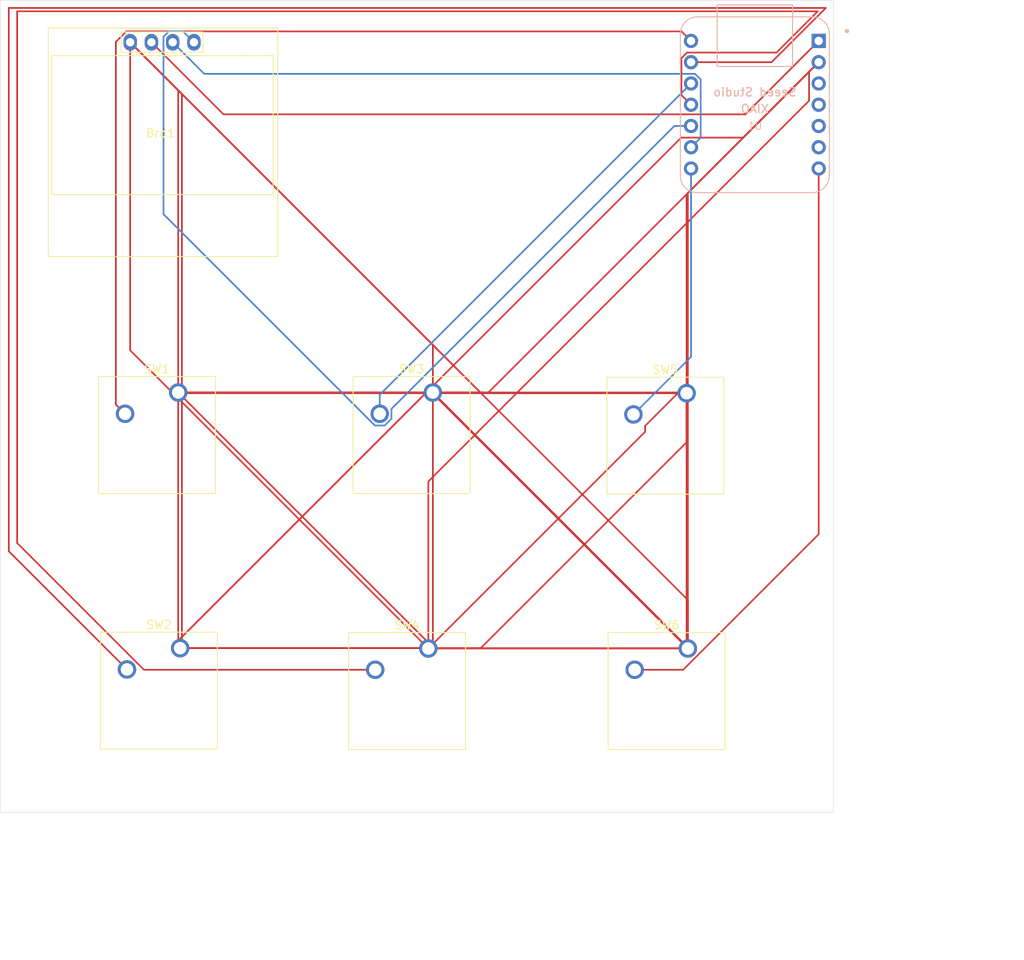
<source format=kicad_pcb>
(kicad_pcb (version 20240108) (generator "pcbnew") (generator_version "8.0")
  (layers (0 "F.Cu" signal) (31 "B.Cu" signal) (34 "B.Paste" user) (35 "F.Paste" user) (36 "B.SilkS" user "B.Silkscreen") (37 "F.SilkS" user "F.Silkscreen") (38 "B.Mask" user) (39 "F.Mask" user) (44 "Edge.Cuts" user))
  (net 0 "")
  (net 1 "VCC")
  (net 2 "GND")
  (net 3 "SDA")
  (net 4 "SCL")
  (net 5 "1")
  (net 6 "2")
  (net 7 "3")
  (net 8 "4")
  (net 9 "5")
  (net 10 "6")
  (footprint "SSD1306:128x64OLED" (layer "F.Cu") (at 120.12 40.1)
    (property "Reference" "Brd1" (at 0 0.254 0) (layer "F.SilkS"))
    (property "Value" "SSD1306")
    (fp_line (start -13.4 -12.3) (end 14 -12.3) (stroke (width 0.12)) (layer "F.SilkS"))
    (fp_line (start -13.4 15) (end -13.4 -12.3) (stroke (width 0.12)) (layer "F.SilkS"))
    (fp_line (start -12.978 -9.005) (end 10.122 -9.005) (stroke (width 0.12)) (layer "F.SilkS"))
    (fp_line (start -12.978 7.595) (end -12.978 -9.005) (stroke (width 0.12)) (layer "F.SilkS"))
    (fp_line (start -4.699 -11.811) (end -4.699 -9.398) (stroke (width 0.12)) (layer "F.SilkS"))
    (fp_line (start -4.699 -11.811) (end 5.08 -11.811) (stroke (width 0.12)) (layer "F.SilkS"))
    (fp_line (start 5.08 -11.811) (end 5.08 -9.398) (stroke (width 0.12)) (layer "F.SilkS"))
    (fp_line (start 5.08 -9.398) (end -4.699 -9.398) (stroke (width 0.12)) (layer "F.SilkS"))
    (fp_line (start 10.122 -9.005) (end 13.208 -9.005) (stroke (width 0.12)) (layer "F.SilkS"))
    (fp_line (start 10.122 7.595) (end -12.978 7.595) (stroke (width 0.12)) (layer "F.SilkS"))
    (fp_line (start 10.122 7.595) (end 13.462 7.62) (stroke (width 0.12)) (layer "F.SilkS"))
    (fp_line (start 13.462 -9.017) (end 13.208 -9.005) (stroke (width 0.12)) (layer "F.SilkS"))
    (fp_line (start 13.462 7.62) (end 13.462 -9.017) (stroke (width 0.12)) (layer "F.SilkS"))
    (fp_line (start 14 -12.3) (end 14 15) (stroke (width 0.12)) (layer "F.SilkS"))
    (fp_line (start 14 15) (end -13.4 15) (stroke (width 0.12)) (layer "F.SilkS"))
    (pad "1" thru_hole oval (at -3.62 -10.6 90) (size 2 1.6) (drill 1) (layers "*.Cu" "*.Mask") (net 2 "GND"))
    (pad "2" thru_hole oval (at -1.08 -10.6 90) (size 2 1.6) (drill 1) (layers "*.Cu" "*.Mask") (net 1 "VCC"))
    (pad "3" thru_hole oval (at 1.46 -10.6 90) (size 2 1.6) (drill 1) (layers "*.Cu" "*.Mask") (net 4 "SCL"))
    (pad "4" thru_hole oval (at 4 -10.6 90) (size 2 1.6) (drill 1) (layers "*.Cu" "*.Mask") (net 3 "SDA"))
  )
  (footprint "Button_Switch_Keyboard:SW_Cherry_MX_1.00u_PCB" (layer "F.Cu") (at 122.24 71.34)
    (property "Reference" "SW1" (at -2.54 -2.794 0) (layer "F.SilkS"))
    (property "Value" "SW_Push")
    (fp_line (start -9.525 -1.905) (end 4.445 -1.905) (stroke (width 0.12)) (layer "F.SilkS"))
    (fp_line (start -9.525 12.065) (end -9.525 -1.905) (stroke (width 0.12)) (layer "F.SilkS"))
    (fp_line (start 4.445 -1.905) (end 4.445 12.065) (stroke (width 0.12)) (layer "F.SilkS"))
    (fp_line (start 4.445 12.065) (end -9.525 12.065) (stroke (width 0.12)) (layer "F.SilkS"))
    (pad "" np_thru_hole circle (at -7.62 5.08) (size 1.7 1.7) (drill 1.7) (layers "*.Cu" "*.Mask"))
    (pad "" np_thru_hole circle (at -2.54 5.08) (size 4 4) (drill 4) (layers "*.Cu" "*.Mask"))
    (pad "" np_thru_hole circle (at 2.54 5.08) (size 1.7 1.7) (drill 1.7) (layers "*.Cu" "*.Mask"))
    (pad "1" thru_hole circle (at 0 0) (size 2.2 2.2) (drill 1.5) (layers "*.Cu" "*.Mask") (net 2 "GND"))
    (pad "2" thru_hole circle (at -6.35 2.54) (size 2.2 2.2) (drill 1.5) (layers "*.Cu" "*.Mask") (net 5 "1"))
  )
  (footprint "Button_Switch_Keyboard:SW_Cherry_MX_1.00u_PCB" (layer "F.Cu") (at 152.12 101.92)
    (property "Reference" "SW4" (at -2.54 -2.794 0) (layer "F.SilkS"))
    (property "Value" "SW_Push")
    (fp_line (start -9.525 -1.905) (end 4.445 -1.905) (stroke (width 0.12)) (layer "F.SilkS"))
    (fp_line (start -9.525 12.065) (end -9.525 -1.905) (stroke (width 0.12)) (layer "F.SilkS"))
    (fp_line (start 4.445 -1.905) (end 4.445 12.065) (stroke (width 0.12)) (layer "F.SilkS"))
    (fp_line (start 4.445 12.065) (end -9.525 12.065) (stroke (width 0.12)) (layer "F.SilkS"))
    (pad "" np_thru_hole circle (at -7.62 5.08) (size 1.7 1.7) (drill 1.7) (layers "*.Cu" "*.Mask"))
    (pad "" np_thru_hole circle (at -2.54 5.08) (size 4 4) (drill 4) (layers "*.Cu" "*.Mask"))
    (pad "" np_thru_hole circle (at 2.54 5.08) (size 1.7 1.7) (drill 1.7) (layers "*.Cu" "*.Mask"))
    (pad "1" thru_hole circle (at 0 0) (size 2.2 2.2) (drill 1.5) (layers "*.Cu" "*.Mask") (net 2 "GND"))
    (pad "2" thru_hole circle (at -6.35 2.54) (size 2.2 2.2) (drill 1.5) (layers "*.Cu" "*.Mask") (net 8 "4"))
  )
  (footprint "Button_Switch_Keyboard:SW_Cherry_MX_1.00u_PCB" (layer "F.Cu") (at 122.47 101.88)
    (property "Reference" "SW2" (at -2.54 -2.794 0) (layer "F.SilkS"))
    (property "Value" "SW_Push")
    (fp_line (start -9.525 -1.905) (end 4.445 -1.905) (stroke (width 0.12)) (layer "F.SilkS"))
    (fp_line (start -9.525 12.065) (end -9.525 -1.905) (stroke (width 0.12)) (layer "F.SilkS"))
    (fp_line (start 4.445 -1.905) (end 4.445 12.065) (stroke (width 0.12)) (layer "F.SilkS"))
    (fp_line (start 4.445 12.065) (end -9.525 12.065) (stroke (width 0.12)) (layer "F.SilkS"))
    (pad "" np_thru_hole circle (at -7.62 5.08) (size 1.7 1.7) (drill 1.7) (layers "*.Cu" "*.Mask"))
    (pad "" np_thru_hole circle (at -2.54 5.08) (size 4 4) (drill 4) (layers "*.Cu" "*.Mask"))
    (pad "" np_thru_hole circle (at 2.54 5.08) (size 1.7 1.7) (drill 1.7) (layers "*.Cu" "*.Mask"))
    (pad "1" thru_hole circle (at 0 0) (size 2.2 2.2) (drill 1.5) (layers "*.Cu" "*.Mask") (net 2 "GND"))
    (pad "2" thru_hole circle (at -6.35 2.54) (size 2.2 2.2) (drill 1.5) (layers "*.Cu" "*.Mask") (net 6 "2"))
  )
  (footprint "Button_Switch_Keyboard:SW_Cherry_MX_1.00u_PCB" (layer "F.Cu") (at 183.12 101.92)
    (property "Reference" "SW6" (at -2.54 -2.794 0) (layer "F.SilkS"))
    (property "Value" "SW_Push")
    (fp_line (start -9.525 -1.905) (end 4.445 -1.905) (stroke (width 0.12)) (layer "F.SilkS"))
    (fp_line (start -9.525 12.065) (end -9.525 -1.905) (stroke (width 0.12)) (layer "F.SilkS"))
    (fp_line (start 4.445 -1.905) (end 4.445 12.065) (stroke (width 0.12)) (layer "F.SilkS"))
    (fp_line (start 4.445 12.065) (end -9.525 12.065) (stroke (width 0.12)) (layer "F.SilkS"))
    (pad "" np_thru_hole circle (at -7.62 5.08) (size 1.7 1.7) (drill 1.7) (layers "*.Cu" "*.Mask"))
    (pad "" np_thru_hole circle (at -2.54 5.08) (size 4 4) (drill 4) (layers "*.Cu" "*.Mask"))
    (pad "" np_thru_hole circle (at 2.54 5.08) (size 1.7 1.7) (drill 1.7) (layers "*.Cu" "*.Mask"))
    (pad "1" thru_hole circle (at 0 0) (size 2.2 2.2) (drill 1.5) (layers "*.Cu" "*.Mask") (net 2 "GND"))
    (pad "2" thru_hole circle (at -6.35 2.54) (size 2.2 2.2) (drill 1.5) (layers "*.Cu" "*.Mask") (net 10 "6"))
  )
  (footprint "Button_Switch_Keyboard:SW_Cherry_MX_1.00u_PCB" (layer "F.Cu") (at 152.66 71.34)
    (property "Reference" "SW3" (at -2.54 -2.794 0) (layer "F.SilkS"))
    (property "Value" "SW_Push")
    (fp_line (start -9.525 -1.905) (end 4.445 -1.905) (stroke (width 0.12)) (layer "F.SilkS"))
    (fp_line (start -9.525 12.065) (end -9.525 -1.905) (stroke (width 0.12)) (layer "F.SilkS"))
    (fp_line (start 4.445 -1.905) (end 4.445 12.065) (stroke (width 0.12)) (layer "F.SilkS"))
    (fp_line (start 4.445 12.065) (end -9.525 12.065) (stroke (width 0.12)) (layer "F.SilkS"))
    (pad "" np_thru_hole circle (at -7.62 5.08) (size 1.7 1.7) (drill 1.7) (layers "*.Cu" "*.Mask"))
    (pad "" np_thru_hole circle (at -2.54 5.08) (size 4 4) (drill 4) (layers "*.Cu" "*.Mask"))
    (pad "" np_thru_hole circle (at 2.54 5.08) (size 1.7 1.7) (drill 1.7) (layers "*.Cu" "*.Mask"))
    (pad "1" thru_hole circle (at 0 0) (size 2.2 2.2) (drill 1.5) (layers "*.Cu" "*.Mask") (net 2 "GND"))
    (pad "2" thru_hole circle (at -6.35 2.54) (size 2.2 2.2) (drill 1.5) (layers "*.Cu" "*.Mask") (net 7 "3"))
  )
  (footprint "Button_Switch_Keyboard:SW_Cherry_MX_1.00u_PCB" (layer "F.Cu") (at 182.97 71.42)
    (property "Reference" "SW5" (at -2.54 -2.794 0) (layer "F.SilkS"))
    (property "Value" "SW_Push")
    (fp_line (start -9.525 -1.905) (end 4.445 -1.905) (stroke (width 0.12)) (layer "F.SilkS"))
    (fp_line (start -9.525 12.065) (end -9.525 -1.905) (stroke (width 0.12)) (layer "F.SilkS"))
    (fp_line (start 4.445 -1.905) (end 4.445 12.065) (stroke (width 0.12)) (layer "F.SilkS"))
    (fp_line (start 4.445 12.065) (end -9.525 12.065) (stroke (width 0.12)) (layer "F.SilkS"))
    (pad "" np_thru_hole circle (at -7.62 5.08) (size 1.7 1.7) (drill 1.7) (layers "*.Cu" "*.Mask"))
    (pad "" np_thru_hole circle (at -2.54 5.08) (size 4 4) (drill 4) (layers "*.Cu" "*.Mask"))
    (pad "" np_thru_hole circle (at 2.54 5.08) (size 1.7 1.7) (drill 1.7) (layers "*.Cu" "*.Mask"))
    (pad "1" thru_hole circle (at 0 0) (size 2.2 2.2) (drill 1.5) (layers "*.Cu" "*.Mask") (net 2 "GND"))
    (pad "2" thru_hole circle (at -6.35 2.54) (size 2.2 2.2) (drill 1.5) (layers "*.Cu" "*.Mask") (net 9 "5"))
  )
  (footprint "Seeed Studio XIAO Series Library:XIAO-Generic-Thruhole-14P-2.54-21X17.8MM" (layer "B.Cu") (at 191.125 36.96 180)
    (property "Reference" "U1" (at 0 -2.54 0) (layer "B.SilkS") (effects (font (size 0.889 0.889) (thickness 0.1016)) (justify mirror)))
    (property "Value" "Seeed Studio XIAO SAMD21" (hide yes))
    (fp_line (start 8.9 8.5) (end 8.9 -8.5) (stroke (width 0.127)) (layer "B.SilkS"))
    (fp_line (start 6.9 -10.5) (end -6.9 -10.5) (stroke (width 0.127)) (layer "B.SilkS"))
    (fp_line (start 4.5 11.92403) (end -4.5 11.92403) (stroke (width 0.127)) (layer "B.SilkS"))
    (fp_line (start 4.5 4.57073) (end 4.5 11.92403) (stroke (width 0.127)) (layer "B.SilkS"))
    (fp_line (start -4.5 11.92403) (end -4.5 4.57073) (stroke (width 0.127)) (layer "B.SilkS"))
    (fp_line (start -4.5 4.57073) (end 4.5 4.57073) (stroke (width 0.127)) (layer "B.SilkS"))
    (fp_line (start -6.9 10.49909) (end 6.9 10.49909) (stroke (width 0.127)) (layer "B.SilkS"))
    (fp_line (start -8.9 -8.5) (end -8.9 8.5) (stroke (width 0.127)) (layer "B.SilkS"))
    (fp_arc (start 8.9 8.5) (mid 8.301494 9.901494) (end 6.9 10.5) (stroke (width 0.12)) (layer "B.SilkS"))
    (fp_arc (start 6.9 -10.5) (mid 8.314214 -9.914214) (end 8.9 -8.5) (stroke (width 0.12)) (layer "B.SilkS"))
    (fp_arc (start -6.9 10.5) (mid -8.301491 9.901491) (end -8.9 8.5) (stroke (width 0.12)) (layer "B.SilkS"))
    (fp_arc (start -8.9 -8.5) (mid -8.301423 -9.901423) (end -6.9 -10.5) (stroke (width 0.12)) (layer "B.SilkS"))
    (fp_circle (center -11 8.8) (end -11 9.054) (fill solid) (layer "B.SilkS"))
    (fp_poly (pts (xy -8.887715 8.561705) (xy -8.884667 8.610473) (xy -8.880603 8.659494)) (stroke (width 0.0254)) (fill none) (layer "B.SilkS"))
    (fp_poly (pts (xy 8.889492 -8.521574) (xy 8.887713 -8.57085) (xy 8.884665 -8.619618) (xy 8.880601 -8.668639) (xy 8.875268 -8.717407) (xy 8.868664 -8.766175) (xy 8.861044 -8.81469) (xy 8.852153 -8.86295) (xy 8.842248 -8.910955)) (stroke (width 0.0254)) (fill none) (layer "B.SilkS"))
    (fp_text user "XIAO" (at 0 -0.5 0) (layer "B.SilkS") (effects (justify mirror)))
    (fp_text user "Seeed Studio" (at 0 1.5 0) (layer "B.SilkS") (effects (justify mirror)))
    (pad "1" thru_hole rect (at -7.625 7.62 180) (size 1.7 1.7) (drill 1) (layers "*.Cu" "*.Mask") (net 1 "VCC"))
    (pad "2" thru_hole circle (at -7.625 5.08 180) (size 1.7 1.7) (drill 1) (layers "*.Cu" "*.Mask") (net 2 "GND"))
    (pad "3" thru_hole circle (at -7.625 2.54 180) (size 1.7 1.7) (drill 1) (layers "*.Cu" "*.Mask"))
    (pad "4" thru_hole circle (at -7.625 0 180) (size 1.7 1.7) (drill 1) (layers "*.Cu" "*.Mask"))
    (pad "5" thru_hole circle (at -7.625 -2.54 180) (size 1.7 1.7) (drill 1) (layers "*.Cu" "*.Mask"))
    (pad "6" thru_hole circle (at -7.625 -5.08) (size 1.7 1.7) (drill 1) (layers "*.Cu" "*.Mask"))
    (pad "7" thru_hole circle (at -7.625 -7.62 180) (size 1.7 1.7) (drill 1) (layers "*.Cu" "*.Mask") (net 10 "6"))
    (pad "8" thru_hole circle (at 7.625 -7.62 180) (size 1.7 1.7) (drill 1) (layers "*.Cu" "*.Mask") (net 9 "5"))
    (pad "9" thru_hole circle (at 7.625 -5.08 180) (size 1.7 1.7) (drill 1) (layers "*.Cu" "*.Mask") (net 4 "SCL"))
    (pad "10" thru_hole circle (at 7.625 -2.54 180) (size 1.7 1.7) (drill 1) (layers "*.Cu" "*.Mask") (net 3 "SDA"))
    (pad "11" thru_hole circle (at 7.625 0 180) (size 1.7 1.7) (drill 1) (layers "*.Cu" "*.Mask") (net 8 "4"))
    (pad "12" thru_hole circle (at 7.625 2.54 180) (size 1.7 1.7) (drill 1) (layers "*.Cu" "*.Mask") (net 7 "3"))
    (pad "13" thru_hole circle (at 7.625 5.08 180) (size 1.7 1.7) (drill 1) (layers "*.Cu" "*.Mask") (net 6 "2"))
    (pad "14" thru_hole circle (at 7.625 7.62 180) (size 1.7 1.7) (drill 1) (layers "*.Cu" "*.Mask") (net 5 "1"))
  )
  (gr_rect (start 101 24.5) (end 200.5 121.5) (stroke (width 0.05)) (fill none) (layer "Edge.Cuts"))
  (segment (start 198.75 29.34) (end 189.98 38.11) (width 0.2) (layer "F.Cu") (net 1))
  (segment (start 127.65 38.11) (end 119.04 29.5) (width 0.2) (layer "F.Cu") (net 1))
  (segment (start 189.98 38.11) (end 127.65 38.11) (width 0.2) (layer "F.Cu") (net 1))
  (segment (start 189.74 40.89) (end 198.75 31.88) (width 0.2) (layer "F.Cu") (net 2))
  (segment (start 183.12 101.92) (end 183.12 96.12) (width 0.2) (layer "F.Cu") (net 2))
  (segment (start 183.12 101.92) (end 183.12 47.51) (width 0.2) (layer "F.Cu") (net 2))
  (segment (start 122.24 71.34) (end 122.24 35.24) (width 0.2) (layer "F.Cu") (net 2))
  (segment (start 152.66 71.34) (end 152.66 65.66) (width 0.2) (layer "F.Cu") (net 2))
  (segment (start 122.24 71.34) (end 122.24 101.65) (width 0.2) (layer "F.Cu") (net 2))
  (segment (start 182.97 71.42) (end 158.42 71.42) (width 0.2) (layer "F.Cu") (net 2))
  (segment (start 152.66 71.34) (end 182.89 71.34) (width 0.2) (layer "F.Cu") (net 2))
  (segment (start 152.12 81.963654) (end 197.6 36.483654) (width 0.2) (layer "F.Cu") (net 2))
  (segment (start 122.68 35.68) (end 116.5 29.5) (width 0.2) (layer "F.Cu") (net 2))
  (segment (start 122.24 35.24) (end 116.5 29.5) (width 0.2) (layer "F.Cu") (net 2))
  (segment (start 122.47 101.88) (end 158.373402 101.88) (width 0.2) (layer "F.Cu") (net 2))
  (segment (start 183.08 101.88) (end 183.12 101.92) (width 0.2) (layer "F.Cu") (net 2))
  (segment (start 122.32 71.42) (end 182.97 71.42) (width 0.2) (layer "F.Cu") (net 2))
  (segment (start 122.68 101.67) (end 122.68 35.68) (width 0.2) (layer "F.Cu") (net 2))
  (segment (start 152.12 101.22) (end 152.12 101.92) (width 0.2) (layer "F.Cu") (net 2))
  (segment (start 182.326598 40.89) (end 189.74 40.89) (width 0.2) (layer "F.Cu") (net 2))
  (segment (start 182.97 77.283402) (end 182.97 71.42) (width 0.2) (layer "F.Cu") (net 2))
  (segment (start 122.47 100.746598) (end 151.876598 71.34) (width 0.2) (layer "F.Cu") (net 2))
  (segment (start 152.12 101.92) (end 152.12 81.963654) (width 0.2) (layer "F.Cu") (net 2))
  (segment (start 122.24 71.34) (end 122.32 71.42) (width 0.2) (layer "F.Cu") (net 2))
  (segment (start 116.5 66.3) (end 116.5 29.5) (width 0.2) (layer "F.Cu") (net 2))
  (segment (start 152.66 101.38) (end 152.12 101.92) (width 0.2) (layer "F.Cu") (net 2))
  (segment (start 182.97 47.66) (end 198.75 31.88) (width 0.2) (layer "F.Cu") (net 2))
  (segment (start 152.54 71.34) (end 183.12 101.92) (width 0.2) (layer "F.Cu") (net 2))
  (segment (start 152.66 65.66) (end 116.5 29.5) (width 0.2) (layer "F.Cu") (net 2))
  (segment (start 122.16 71.34) (end 122 71.5) (width 0.2) (layer "F.Cu") (net 2))
  (segment (start 178.02 75.32) (end 181.92 71.42) (width 0.2) (layer "F.Cu") (net 2))
  (segment (start 158.42 71.42) (end 116.5 29.5) (width 0.2) (layer "F.Cu") (net 2))
  (segment (start 152.66 71.34) (end 183.12 101.8) (width 0.2) (layer "F.Cu") (net 2))
  (segment (start 122.47 101.88) (end 122.68 101.67) (width 0.2) (layer "F.Cu") (net 2))
  (segment (start 183.12 47.51) (end 198.75 31.88) (width 0.2) (layer "F.Cu") (net 2))
  (segment (start 122.47 101.88) (end 122.47 100.746598) (width 0.2) (layer "F.Cu") (net 2))
  (segment (start 182.89 71.34) (end 182.97 71.42) (width 0.2) (layer "F.Cu") (net 2))
  (segment (start 122.47 100.746598) (end 182.326598 40.89) (width 0.2) (layer "F.Cu") (net 2))
  (segment (start 183.12 96.12) (end 116.5 29.5) (width 0.2) (layer "F.Cu") (net 2))
  (segment (start 122.47 101.88) (end 183.08 101.88) (width 0.2) (layer "F.Cu") (net 2))
  (segment (start 152.08 101.88) (end 152.12 101.92) (width 0.2) (layer "F.Cu") (net 2))
  (segment (start 158.373402 101.88) (end 182.97 77.283402) (width 0.2) (layer "F.Cu") (net 2))
  (segment (start 152.12 101.92) (end 116.5 66.3) (width 0.2) (layer "F.Cu") (net 2))
  (segment (start 178.02 76.02) (end 178.02 75.32) (width 0.2) (layer "F.Cu") (net 2))
  (segment (start 182.97 101.77) (end 183.12 101.92) (width 0.2) (layer "F.Cu") (net 2))
  (segment (start 152.66 71.34) (end 159.29 71.34) (width 0.2) (layer "F.Cu") (net 2))
  (segment (start 122.24 71.34) (end 152.54 71.34) (width 0.2) (layer "F.Cu") (net 2))
  (segment (start 159.29 71.34) (end 198.75 31.88) (width 0.2) (layer "F.Cu") (net 2))
  (segment (start 197.6 36.483654) (end 197.6 33.03) (width 0.2) (layer "F.Cu") (net 2))
  (segment (start 122.24 71.34) (end 152.66 71.34) (width 0.2) (layer "F.Cu") (net 2))
  (segment (start 182.97 71.42) (end 182.97 47.66) (width 0.2) (layer "F.Cu") (net 2))
  (segment (start 183.12 101.8) (end 183.12 101.92) (width 0.2) (layer "F.Cu") (net 2))
  (segment (start 122.24 71.34) (end 152.12 101.22) (width 0.2) (layer "F.Cu") (net 2))
  (segment (start 182.97 71.42) (end 182.97 101.77) (width 0.2) (layer "F.Cu") (net 2))
  (segment (start 152.66 71.34) (end 152.66 101.38) (width 0.2) (layer "F.Cu") (net 2))
  (segment (start 151.876598 71.34) (end 152.66 71.34) (width 0.2) (layer "F.Cu") (net 2))
  (segment (start 122.24 71.34) (end 122.16 71.34) (width 0.2) (layer "F.Cu") (net 2))
  (segment (start 181.92 71.42) (end 182.97 71.42) (width 0.2) (layer "F.Cu") (net 2))
  (segment (start 197.6 33.03) (end 198.75 31.88) (width 0.2) (layer "F.Cu") (net 2))
  (segment (start 152.12 101.92) (end 183.12 101.92) (width 0.2) (layer "F.Cu") (net 2))
  (segment (start 122.24 71.34) (end 159.29 71.34) (width 0.2) (layer "F.Cu") (net 2))
  (segment (start 122.24 101.65) (end 122.47 101.88) (width 0.2) (layer "F.Cu") (net 2))
  (segment (start 152.12 101.92) (end 178.02 76.02) (width 0.2) (layer "F.Cu") (net 2))
  (segment (start 122.47 101.88) (end 152.08 101.88) (width 0.2) (layer "F.Cu") (net 2))
  (segment (start 122.82 28.2) (end 124.12 29.5) (width 0.2) (layer "B.Cu") (net 3))
  (segment (start 147.71 74.459899) (end 146.889899 75.28) (width 0.2) (layer "B.Cu") (net 3))
  (segment (start 146.889899 75.28) (end 145.730101 75.28) (width 0.2) (layer "B.Cu") (net 3))
  (segment (start 121.124365 28.2) (end 122.82 28.2) (width 0.2) (layer "B.Cu") (net 3))
  (segment (start 183.5 39.5) (end 181.510101 39.5) (width 0.2) (layer "B.Cu") (net 3))
  (segment (start 120.48 50.029899) (end 120.48 28.844365) (width 0.2) (layer "B.Cu") (net 3))
  (segment (start 145.730101 75.28) (end 120.48 50.029899) (width 0.2) (layer "B.Cu") (net 3))
  (segment (start 120.48 28.844365) (end 121.124365 28.2) (width 0.2) (layer "B.Cu") (net 3))
  (segment (start 181.510101 39.5) (end 147.71 73.300101) (width 0.2) (layer "B.Cu") (net 3))
  (segment (start 147.71 73.300101) (end 147.71 74.459899) (width 0.2) (layer "B.Cu") (net 3))
  (segment (start 183.976346 33.27) (end 125.35 33.27) (width 0.2) (layer "B.Cu") (net 4))
  (segment (start 184.65 33.943654) (end 183.976346 33.27) (width 0.2) (layer "B.Cu") (net 4))
  (segment (start 125.35 33.27) (end 121.58 29.5) (width 0.2) (layer "B.Cu") (net 4))
  (segment (start 184.65 40.89) (end 184.65 33.943654) (width 0.2) (layer "B.Cu") (net 4))
  (segment (start 183.5 42.04) (end 184.65 40.89) (width 0.2) (layer "B.Cu") (net 4))
  (segment (start 182.36 28.2) (end 116.044365 28.2) (width 0.2) (layer "F.Cu") (net 5))
  (segment (start 114.790001 29.454364) (end 114.790001 72.780001) (width 0.2) (layer "F.Cu") (net 5))
  (segment (start 114.790001 72.780001) (end 115.89 73.88) (width 0.2) (layer "F.Cu") (net 5))
  (segment (start 183.5 29.34) (end 182.36 28.2) (width 0.2) (layer "F.Cu") (net 5))
  (segment (start 116.044365 28.2) (end 114.790001 29.454364) (width 0.2) (layer "F.Cu") (net 5))
  (segment (start 102 25.4) (end 102 90.3) (width 0.2) (layer "F.Cu") (net 6))
  (segment (start 102 90.3) (end 116.12 104.42) (width 0.2) (layer "F.Cu") (net 6))
  (segment (start 199.6 25.4) (end 102 25.4) (width 0.2) (layer "F.Cu") (net 6))
  (segment (start 193.12 31.88) (end 199.6 25.4) (width 0.2) (layer "F.Cu") (net 6))
  (segment (start 183.5 31.88) (end 193.12 31.88) (width 0.2) (layer "F.Cu") (net 6))
  (segment (start 183.5 34.42) (end 146.31 71.61) (width 0.2) (layer "B.Cu") (net 7))
  (segment (start 146.31 71.61) (end 146.31 73.88) (width 0.2) (layer "B.Cu") (net 7))
  (segment (start 182.35 31.403654) (end 183.023654 30.73) (width 0.2) (layer "F.Cu") (net 8))
  (segment (start 118.139899 104.46) (end 145.77 104.46) (width 0.2) (layer "F.Cu") (net 8))
  (segment (start 193.704314 30.73) (end 198.634314 25.8) (width 0.2) (layer "F.Cu") (net 8))
  (segment (start 183.5 36.96) (end 182.35 35.81) (width 0.2) (layer "F.Cu") (net 8))
  (segment (start 103 25.8) (end 103 89.320101) (width 0.2) (layer "F.Cu") (net 8))
  (segment (start 103 89.320101) (end 118.139899 104.46) (width 0.2) (layer "F.Cu") (net 8))
  (segment (start 198.634314 25.8) (end 103 25.8) (width 0.2) (layer "F.Cu") (net 8))
  (segment (start 183.023654 30.73) (end 193.704314 30.73) (width 0.2) (layer "F.Cu") (net 8))
  (segment (start 182.35 35.81) (end 182.35 31.403654) (width 0.2) (layer "F.Cu") (net 8))
  (segment (start 183.5 44.58) (end 183.5 67.08) (width 0.2) (layer "B.Cu") (net 9))
  (segment (start 183.5 67.08) (end 176.62 73.96) (width 0.2) (layer "B.Cu") (net 9))
  (segment (start 198.75 44.58) (end 198.75 88.269899) (width 0.2) (layer "F.Cu") (net 10))
  (segment (start 198.75 88.269899) (end 182.559899 104.46) (width 0.2) (layer "F.Cu") (net 10))
  (segment (start 182.559899 104.46) (end 176.77 104.46) (width 0.2) (layer "F.Cu") (net 10))
)
</source>
